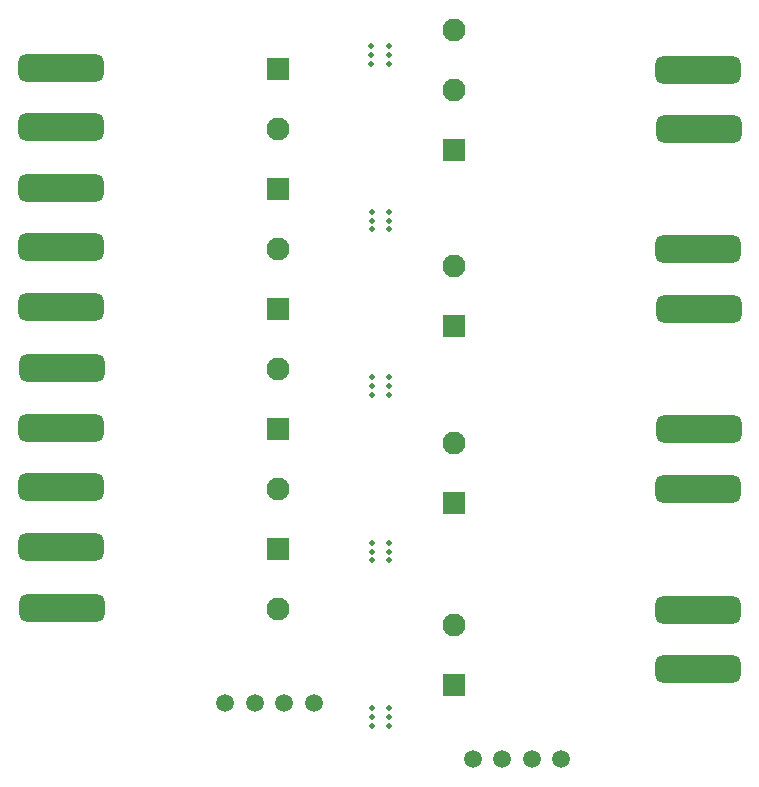
<source format=gbr>
%TF.GenerationSoftware,KiCad,Pcbnew,7.0.11*%
%TF.CreationDate,2025-07-03T12:22:14-04:00*%
%TF.ProjectId,14.1.6 - PMOS - PLC Connector Combined,31342e31-2e36-4202-9d20-504d4f53202d,rev?*%
%TF.SameCoordinates,Original*%
%TF.FileFunction,Soldermask,Bot*%
%TF.FilePolarity,Negative*%
%FSLAX46Y46*%
G04 Gerber Fmt 4.6, Leading zero omitted, Abs format (unit mm)*
G04 Created by KiCad (PCBNEW 7.0.11) date 2025-07-03 12:22:14*
%MOMM*%
%LPD*%
G01*
G04 APERTURE LIST*
G04 Aperture macros list*
%AMRoundRect*
0 Rectangle with rounded corners*
0 $1 Rounding radius*
0 $2 $3 $4 $5 $6 $7 $8 $9 X,Y pos of 4 corners*
0 Add a 4 corners polygon primitive as box body*
4,1,4,$2,$3,$4,$5,$6,$7,$8,$9,$2,$3,0*
0 Add four circle primitives for the rounded corners*
1,1,$1+$1,$2,$3*
1,1,$1+$1,$4,$5*
1,1,$1+$1,$6,$7*
1,1,$1+$1,$8,$9*
0 Add four rect primitives between the rounded corners*
20,1,$1+$1,$2,$3,$4,$5,0*
20,1,$1+$1,$4,$5,$6,$7,0*
20,1,$1+$1,$6,$7,$8,$9,0*
20,1,$1+$1,$8,$9,$2,$3,0*%
G04 Aperture macros list end*
%ADD10C,1.950000*%
%ADD11R,1.950000X1.950000*%
%ADD12C,0.500000*%
%ADD13C,1.498600*%
%ADD14RoundRect,0.572500X3.045750X0.572500X-3.045750X0.572500X-3.045750X-0.572500X3.045750X-0.572500X0*%
G04 APERTURE END LIST*
D10*
%TO.C,J317*%
X107500000Y-89000000D03*
D11*
X107500000Y-94080000D03*
%TD*%
D12*
%TO.C,mouse-bite-2mm-slot*%
X100550000Y-85890000D03*
X102050000Y-85890000D03*
X100550000Y-85140000D03*
X102050000Y-85140000D03*
X100550000Y-84390000D03*
X102050000Y-84390000D03*
%TD*%
%TO.C,mouse-bite-2mm-slot*%
X100550000Y-127950000D03*
X102050000Y-127950000D03*
X100550000Y-127200000D03*
X102050000Y-127200000D03*
X100550000Y-126450000D03*
X102050000Y-126450000D03*
%TD*%
D10*
%TO.C,J222*%
X92640000Y-97740000D03*
D11*
X92640000Y-92660000D03*
%TD*%
D10*
%TO.C,J224*%
X92600000Y-118060000D03*
D11*
X92600000Y-112980000D03*
%TD*%
D10*
%TO.C,J320*%
X107500000Y-104000000D03*
D11*
X107500000Y-109080000D03*
%TD*%
D13*
%TO.C,J226*%
X95660000Y-125970000D03*
X93160000Y-125970000D03*
X90660000Y-125970000D03*
X88160000Y-125970000D03*
%TD*%
D10*
%TO.C,J318*%
X107500000Y-69000000D03*
X107500000Y-74080000D03*
D11*
X107500000Y-79160000D03*
%TD*%
D12*
%TO.C,mouse-bite-2mm-slot*%
X100550000Y-99910000D03*
X102050000Y-99910000D03*
X100550000Y-99160000D03*
X102050000Y-99160000D03*
X100550000Y-98410000D03*
X102050000Y-98410000D03*
%TD*%
%TO.C,mouse-bite-2mm-slot*%
X100550000Y-113920000D03*
X102050000Y-113920000D03*
X100550000Y-113170000D03*
X102050000Y-113170000D03*
X100550000Y-112420000D03*
X102050000Y-112420000D03*
%TD*%
D10*
%TO.C,J221*%
X92640000Y-107900000D03*
D11*
X92640000Y-102820000D03*
%TD*%
D10*
%TO.C,J223*%
X92640000Y-77420000D03*
D11*
X92640000Y-72340000D03*
%TD*%
D10*
%TO.C,J225*%
X92640000Y-87580000D03*
D11*
X92640000Y-82500000D03*
%TD*%
D12*
%TO.C,mouse-bite-2mm-slot*%
X100540000Y-71860000D03*
X102040000Y-71860000D03*
X100540000Y-71110000D03*
X102040000Y-71110000D03*
X100540000Y-70360000D03*
X102040000Y-70360000D03*
%TD*%
D10*
%TO.C,J319*%
X107500000Y-119400000D03*
D11*
X107500000Y-124480000D03*
%TD*%
D13*
%TO.C,J321*%
X116620000Y-130760000D03*
X114120000Y-130760000D03*
X111620000Y-130760000D03*
X109120000Y-130760000D03*
%TD*%
D14*
%TO.C,J304*%
X128220000Y-72350000D03*
%TD*%
%TO.C,J212*%
X74258250Y-112817224D03*
%TD*%
%TO.C,J216*%
X74268250Y-92497224D03*
%TD*%
%TO.C,J213*%
X74268250Y-107737224D03*
%TD*%
%TO.C,J217*%
X74268250Y-87407224D03*
%TD*%
%TO.C,J308*%
X128220000Y-118070000D03*
%TD*%
%TO.C,J219*%
X74238250Y-77247224D03*
%TD*%
%TO.C,J211*%
X74340000Y-117907224D03*
%TD*%
%TO.C,J312*%
X128220000Y-87570000D03*
%TD*%
%TO.C,J316*%
X128230000Y-102800000D03*
%TD*%
%TO.C,J214*%
X74258250Y-102667224D03*
%TD*%
%TO.C,J305*%
X128230000Y-92650000D03*
%TD*%
%TO.C,J301*%
X128220000Y-123130000D03*
%TD*%
%TO.C,J215*%
X74320000Y-97580000D03*
%TD*%
%TO.C,J303*%
X128240000Y-77410000D03*
%TD*%
%TO.C,J313*%
X128220000Y-107900000D03*
%TD*%
%TO.C,J218*%
X74258250Y-82347224D03*
%TD*%
%TO.C,J220*%
X74238250Y-72187224D03*
%TD*%
M02*

</source>
